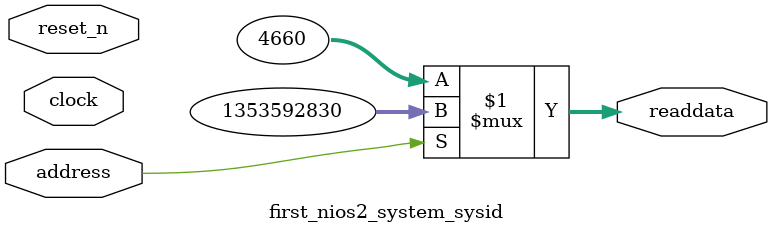
<source format=v>

`timescale 1ns / 1ps
// synthesis translate_on

// turn off superfluous verilog processor warnings 
// altera message_level Level1 
// altera message_off 10034 10035 10036 10037 10230 10240 10030 

module first_nios2_system_sysid (
               // inputs:
                address,
                clock,
                reset_n,

               // outputs:
                readdata
             )
;

  output  [ 31: 0] readdata;
  input            address;
  input            clock;
  input            reset_n;

  wire    [ 31: 0] readdata;
  //control_slave, which is an e_avalon_slave
  assign readdata = address ? 1353592830 : 4660;

endmodule




</source>
